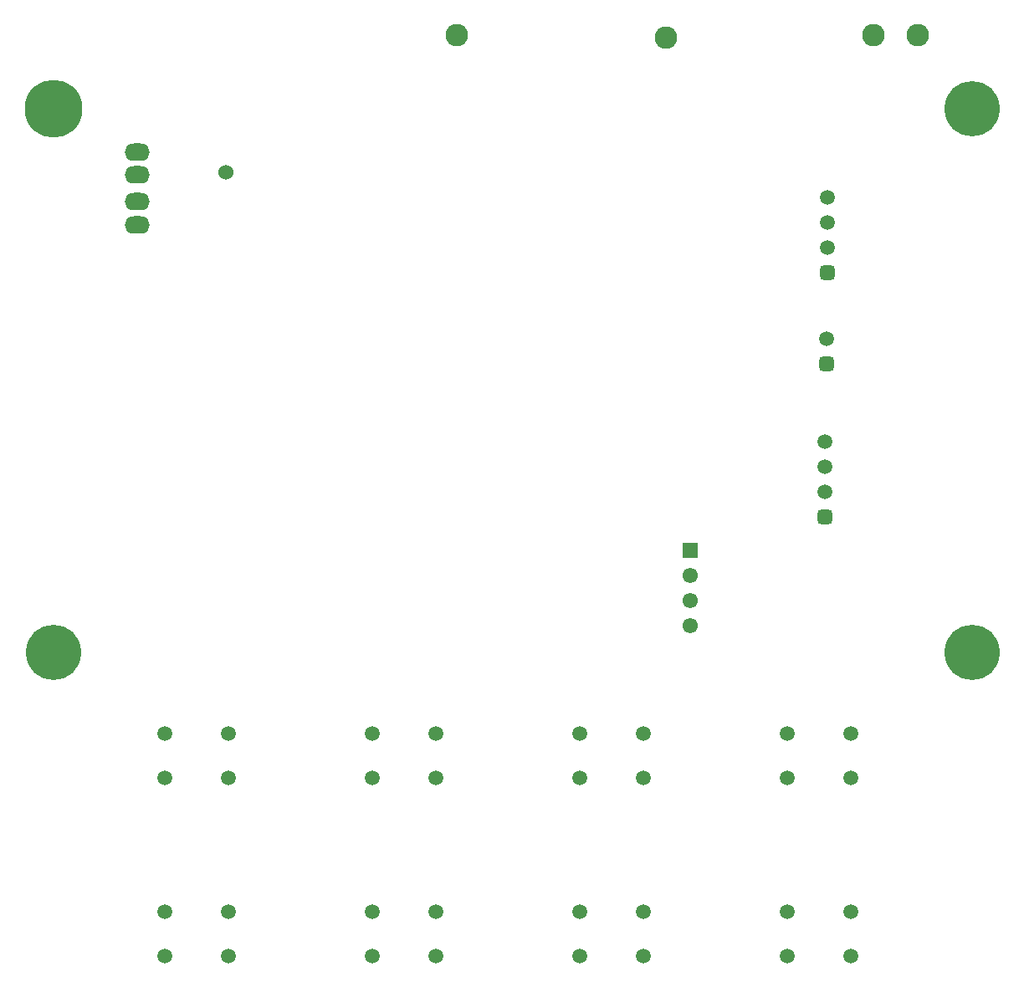
<source format=gbr>
%TF.GenerationSoftware,Altium Limited,Altium Designer,21.6.4 (81)*%
G04 Layer_Color=255*
%FSLAX43Y43*%
%MOMM*%
%TF.SameCoordinates,6460C9BA-4ACB-47D4-91E6-0B69D92CFE26*%
%TF.FilePolarity,Positive*%
%TF.FileFunction,Pads,Bot*%
%TF.Part,Single*%
G01*
G75*
%TA.AperFunction,ComponentPad*%
%ADD31C,2.286*%
%ADD32O,2.540X1.778*%
%ADD33C,5.588*%
%ADD34C,5.842*%
%ADD35C,1.524*%
G04:AMPARAMS|DCode=36|XSize=1.5mm|YSize=1.5mm|CornerRadius=0.375mm|HoleSize=0mm|Usage=FLASHONLY|Rotation=90.000|XOffset=0mm|YOffset=0mm|HoleType=Round|Shape=RoundedRectangle|*
%AMROUNDEDRECTD36*
21,1,1.500,0.750,0,0,90.0*
21,1,0.750,1.500,0,0,90.0*
1,1,0.750,0.375,0.375*
1,1,0.750,0.375,-0.375*
1,1,0.750,-0.375,-0.375*
1,1,0.750,-0.375,0.375*
%
%ADD36ROUNDEDRECTD36*%
%ADD37C,1.500*%
%ADD38C,1.550*%
%ADD39R,1.550X1.550*%
D31*
X66525Y94750D02*
D03*
X92000Y95000D02*
D03*
X87500D02*
D03*
X45375D02*
D03*
D32*
X13027Y80828D02*
D03*
Y75748D02*
D03*
Y83114D02*
D03*
Y78161D02*
D03*
D33*
X97500Y87500D02*
D03*
X4500Y32500D02*
D03*
X97500D02*
D03*
D34*
X4500Y87500D02*
D03*
D35*
X22000Y81082D02*
D03*
D36*
X82775Y61705D02*
D03*
X82550Y46190D02*
D03*
X82875Y70965D02*
D03*
D37*
X82775Y64245D02*
D03*
X82550Y48730D02*
D03*
Y51270D02*
D03*
Y53810D02*
D03*
X82875Y73505D02*
D03*
Y76045D02*
D03*
Y78585D02*
D03*
X15750Y6250D02*
D03*
Y1750D02*
D03*
X22250Y6250D02*
D03*
Y1750D02*
D03*
X85250D02*
D03*
Y6250D02*
D03*
X78750Y1750D02*
D03*
Y6250D02*
D03*
X43250Y1750D02*
D03*
Y6250D02*
D03*
X36750Y1750D02*
D03*
Y6250D02*
D03*
X64250Y1750D02*
D03*
Y6250D02*
D03*
X57750Y1750D02*
D03*
Y6250D02*
D03*
X78750Y24250D02*
D03*
Y19750D02*
D03*
X85250Y24250D02*
D03*
Y19750D02*
D03*
X57750Y24250D02*
D03*
Y19750D02*
D03*
X64250Y24250D02*
D03*
Y19750D02*
D03*
X36750Y24250D02*
D03*
Y19750D02*
D03*
X43250Y24250D02*
D03*
Y19750D02*
D03*
X15750Y24250D02*
D03*
Y19750D02*
D03*
X22250Y24250D02*
D03*
Y19750D02*
D03*
D38*
X69000Y35230D02*
D03*
Y37770D02*
D03*
Y40310D02*
D03*
D39*
Y42850D02*
D03*
%TF.MD5,78bc27beb9d5ee32f21611df7e2ab124*%
M02*

</source>
